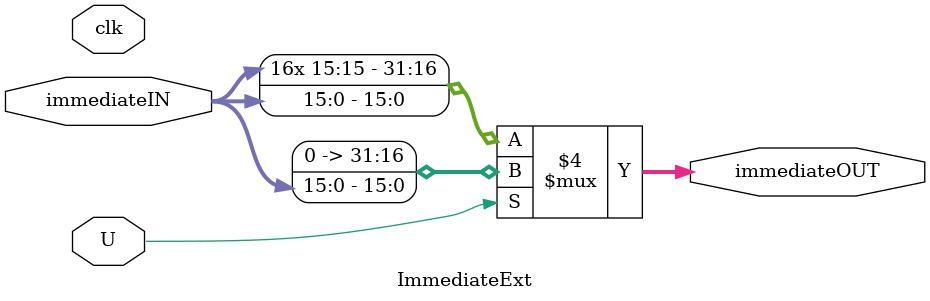
<source format=v>
module ImmediateExt #(parameter N = 16, M = 32)(
    input  wire clk,       
    input  wire [N-1:0] immediateIN,    
    input  wire U,  // 1 - zeroExt, 0 - signExt       
    output reg  [M-1:0] immediateOUT 
);

    always @(*) begin
        if (U == 1'b1) begin          
           immediateOUT <= {{(M-N){1'b0}}, immediateIN}; //zero ext
        end else begin
           immediateOUT <= {{(M-N){immediateIN[N-1]}}, immediateIN}; //sign ext
        end
    end

endmodule

</source>
